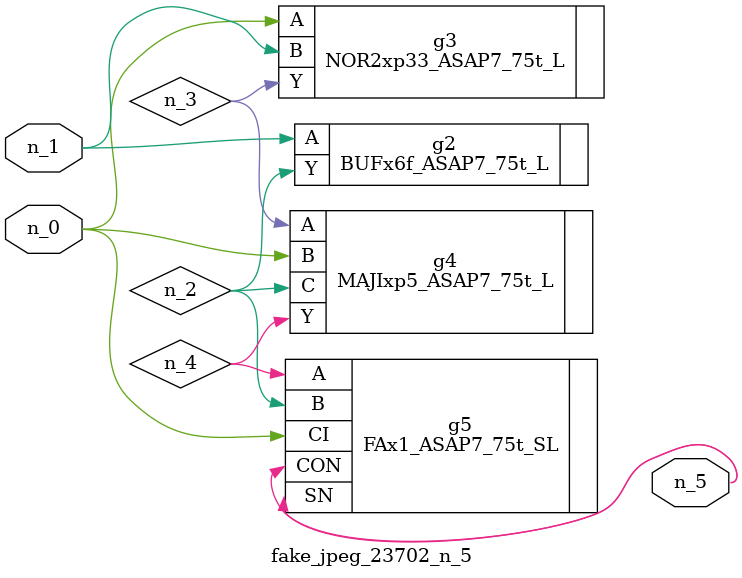
<source format=v>
module fake_jpeg_23702_n_5 (n_0, n_1, n_5);

input n_0;
input n_1;

output n_5;

wire n_2;
wire n_3;
wire n_4;

BUFx6f_ASAP7_75t_L g2 ( 
.A(n_1),
.Y(n_2)
);

NOR2xp33_ASAP7_75t_L g3 ( 
.A(n_0),
.B(n_1),
.Y(n_3)
);

MAJIxp5_ASAP7_75t_L g4 ( 
.A(n_3),
.B(n_0),
.C(n_2),
.Y(n_4)
);

FAx1_ASAP7_75t_SL g5 ( 
.A(n_4),
.B(n_2),
.CI(n_0),
.CON(n_5),
.SN(n_5)
);


endmodule
</source>
